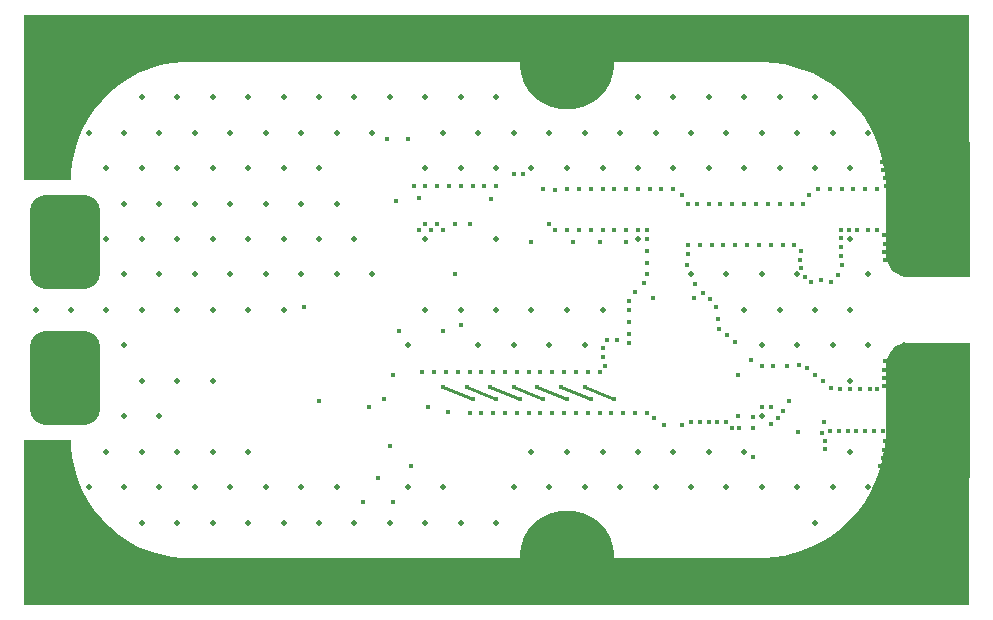
<source format=gbl>
%FSTAX23Y23*%
%MOIN*%
%SFA1B1*%

%IPPOS*%
%AMD62*
4,1,8,0.059000,0.157500,-0.059000,0.157500,-0.118100,0.098400,-0.118100,-0.098400,-0.059000,-0.157500,0.059000,-0.157500,0.118100,-0.098400,0.118100,0.098400,0.059000,0.157500,0.0*
1,1,0.118120,0.059000,0.098400*
1,1,0.118120,-0.059000,0.098400*
1,1,0.118120,-0.059000,-0.098400*
1,1,0.118120,0.059000,-0.098400*
%
%ADD57C,0.011550*%
G04~CAMADD=62~8~0.0~0.0~2362.2~3149.6~590.6~0.0~15~0.0~0.0~0.0~0.0~0~0.0~0.0~0.0~0.0~0~0.0~0.0~0.0~0.0~2362.2~3149.6*
%ADD62D62*%
%ADD63C,0.314960*%
%ADD64R,0.196850X0.098430*%
%ADD65C,0.017720*%
%ADD66C,0.019680*%
%ADD67C,0.078740*%
%LNmashiro_fs-1*%
%LPD*%
G36*
X03149Y01811D02*
X00157D01*
X00551*
X00531Y0181*
X00493Y01806*
X00455Y01799*
X00418Y01788*
X00382Y01773*
X00348Y01755*
X00316Y01733*
X00286Y01709*
X00259Y01681*
X00234Y01651*
X00213Y01619*
X00195Y01585*
X0018Y01549*
X00169Y01512*
X00161Y01475*
X00157Y01436*
X00157Y01417*
Y01417*
X0*
Y01811*
Y01968*
X03149*
Y01811*
G37*
G36*
Y01543D02*
X03153D01*
Y01389*
Y01248*
Y01094*
X02938*
X02925Y01097*
X02913Y01102*
X02902Y01109*
X02897Y01114*
X02892Y01119*
X02883Y01133*
X02877Y01147*
X02874Y01163*
Y01171*
Y01248*
Y01389*
X02873Y01406*
X02871Y01439*
X02865Y01471*
X02858Y01504*
X02847Y01535*
X02835Y01566*
X0282Y01595*
X02803Y01623*
X02783Y0165*
X02762Y01675*
X02738Y01699*
X02713Y0172*
X02686Y0174*
X02658Y01757*
X02629Y01772*
X02598Y01784*
X02567Y01795*
X02534Y01802*
X02502Y01808*
X02469Y0181*
X02452Y01811*
X03149*
Y01543*
G37*
G36*
X03153Y0072D02*
Y00578D01*
Y00425*
X03149*
Y00157*
Y0*
X0*
Y00157*
Y00551*
X00157*
X00157Y00531*
X00161Y00493*
X00169Y00455*
X0018Y00418*
X00195Y00382*
X00213Y00348*
X00234Y00316*
X00259Y00286*
X00286Y00259*
X00316Y00234*
X00348Y00213*
X00382Y00195*
X00418Y0018*
X00455Y00169*
X00493Y00161*
X00531Y00157*
X00551Y00157*
X00157*
X03149*
X02452*
X02469Y00157*
X02502Y0016*
X02534Y00165*
X02567Y00173*
X02598Y00183*
X02629Y00196*
X02658Y00211*
X02686Y00228*
X02713Y00247*
X02738Y00269*
X02762Y00292*
X02783Y00317*
X02803Y00344*
X0282Y00372*
X02835Y00402*
X02847Y00432*
X02858Y00464*
X02865Y00496*
X02871Y00529*
X02873Y00562*
X02874Y00578*
Y0072*
Y00797*
Y00805*
X02877Y0082*
X02883Y00835*
X02892Y00848*
X02897Y00854*
X02902Y00859*
X02913Y00866*
X02925Y00871*
X02938Y00874*
X03153*
Y0072*
G37*
G54D57*
X01397Y00728D02*
X01496Y00688D01*
X01476Y00728D02*
X01574Y00688D01*
X0187Y00728D02*
X01968Y00688D01*
X01712Y00728D02*
X01811Y00688D01*
X01791Y00728D02*
X01889Y00688D01*
X01633Y00728D02*
X01732Y00688D01*
X01555Y00728D02*
X01653Y00688D01*
G54D62*
X00137Y00757D03*
Y0121D03*
G54D63*
X00157Y01811D03*
X01811D03*
X02992D03*
X00157Y00157D03*
X01811D03*
X02992D03*
G54D64*
X03051Y01148D03*
Y01488D03*
Y00479D03*
Y00819D03*
G54D65*
X01181Y00423D03*
X0122Y00531D03*
X012Y00688D03*
X01556Y01353D03*
X01377Y01269D03*
X01338D03*
X01486D03*
X01437D03*
X01397Y0125D03*
X01358D03*
X01318D03*
X01574Y01397D03*
X01535D03*
X01496D03*
X01456D03*
X01417D03*
X01377D03*
X01338D03*
X01299D03*
X02193Y01367D03*
X02165Y01387D03*
X02125D03*
X02086D03*
X02047D03*
X02007D03*
X01968D03*
X01929D03*
X01889D03*
X0185D03*
X01811D03*
X01772Y01385D03*
X02855Y00465D03*
X02863Y00491D03*
X02869Y00814D03*
X02867Y00785D03*
Y00758D03*
X02868Y0073D03*
X02845Y00721D03*
X0282Y0072D03*
X02788Y00719D03*
X02753Y0072D03*
X02722Y00721D03*
X0269Y00723D03*
X02664Y00746D03*
X02638Y00768D03*
X0261Y0079D03*
X02583Y008D03*
X02544Y00798D03*
X02498Y00797D03*
X02459Y00798D03*
X02425Y00816D03*
X02372Y00878D03*
X02343Y00899D03*
X02318Y00919D03*
X02313Y00955D03*
X02308Y00993D03*
X02286Y01021D03*
X02263Y01041D03*
X02236Y01071D03*
X02212Y01135D03*
X02214Y01171D03*
X01811Y0125D03*
X01958Y00639D03*
X01564D03*
X01663Y01437D03*
X02431Y0059D03*
X02372Y012D03*
X01476Y00728D03*
X01496Y00688D03*
X0259Y0118D03*
X0259Y01122D03*
X02605Y01095D03*
X02588Y01151D03*
X02869Y01423D03*
X02864Y0145D03*
X02859Y01478D03*
X02874Y01397D03*
X02076Y01102D03*
X01397Y00728D03*
X02253Y012D03*
X02864Y0058D03*
X02244Y01338D03*
X02234Y01023D03*
X02194Y006D03*
X01751Y01269D03*
X01456Y00935D03*
X02096Y01023D03*
X01486Y00639D03*
X02618Y01368D03*
X01131Y00344D03*
X02598Y01338D03*
X02559D03*
X01413Y00645D03*
X02431Y00492D03*
X0124Y01348D03*
X01397Y00915D03*
X01879Y00777D03*
X0184D03*
X01879Y00639D03*
X0121Y01555D03*
X01633Y00728D03*
X02076Y0125D03*
X02047D03*
X02076Y0122D03*
X02007Y0125D03*
Y0121D03*
X01929Y00826D03*
X01968Y0125D03*
X02037Y01043D03*
X02687Y0058D03*
X02746D03*
X02716D03*
X02671Y00548D03*
X02661Y00574D03*
X02582Y00578D03*
X02381Y00767D03*
X0246Y00659D03*
X02429Y00628D03*
X00935Y00994D03*
X01978Y00885D03*
X01945Y00882D03*
X02017Y00875D03*
X01555Y00728D03*
X01791D03*
X01889Y00688D03*
X0187Y00728D03*
X01811Y00688D03*
X0123Y00767D03*
X01968Y00688D03*
X01929Y0125D03*
X02647Y01387D03*
X02805D03*
X0249Y00659D03*
X01525Y00639D03*
X02293Y012D03*
X02332D03*
X0267Y0052D03*
X00984Y00679D03*
X02549D03*
X02529Y012D03*
X0245D03*
X0249D03*
X02283Y01338D03*
X02568Y012D03*
X01919Y00639D03*
X02844Y01387D03*
X0244Y01338D03*
X02519D03*
X02214Y012D03*
X02401Y01338D03*
X02362D03*
X0248D03*
X02076Y00639D03*
X01998D03*
X02381Y00629D03*
X02102Y00622D03*
X02714Y01101D03*
X0269Y01076D03*
X02037Y00639D03*
X02624Y01077D03*
X02283Y0061D03*
X02253D03*
X02224D03*
X0236Y0059D03*
X02667Y0061D03*
X02765Y01387D03*
X02687D03*
X02726D03*
X01446Y00777D03*
X01318Y01358D03*
X01525Y00777D03*
X02017Y00984D03*
Y00944D03*
Y00905D03*
X01289Y00462D03*
X01279Y01555D03*
X01801Y00777D03*
X01407D03*
X0184Y00639D03*
X01919Y00777D03*
X01486D03*
X01938Y00797D03*
X01929Y00856D03*
X01683Y00777D03*
X01604D03*
X01722D03*
X01643D03*
X01761D03*
X02657Y01082D03*
X01437Y01102D03*
X02725Y01225D03*
X02725Y01195D03*
X02726Y01133D03*
X0275Y0125D03*
X02725Y0125D03*
X02725Y01163D03*
X01151Y00659D03*
X02834Y0058D03*
X02869Y00548D03*
X02868Y00516D03*
X02805Y0058D03*
X02775D03*
X02529Y00648D03*
X01564Y00777D03*
X01604Y00639D03*
X01348Y00659D03*
X0125Y00915D03*
X01368Y00777D03*
X01328D03*
X02322Y01338D03*
X02411Y012D03*
X02777Y01249D03*
X02814Y0125D03*
X02871Y01151D03*
X02844Y0125D03*
X02868Y01235D03*
X02869Y01204D03*
X02868Y01177D03*
X02312Y00609D03*
X02492Y00604D03*
X02385Y0059D03*
X02513Y00624D03*
X02342Y0061D03*
X02135Y006D03*
X01643Y00639D03*
X01761D03*
X01683D03*
X01722D03*
X01801D03*
X01633Y01437D03*
X02017Y01013D03*
X02076Y01181D03*
X02066Y01072D03*
X02076Y01141D03*
X01771Y0125D03*
X0185D03*
X01889D03*
X0183Y0121D03*
X01712Y00728D03*
X01653Y00688D03*
X01574D03*
X01732D03*
X0123Y00344D03*
X01692Y0121D03*
X01732Y01387D03*
X01919Y0121D03*
X02213Y01338D03*
G54D66*
X03051Y01574D03*
Y00393D03*
X02933Y01102D03*
Y00866D03*
X02637Y01692D03*
X02696Y01574D03*
X02637Y01456D03*
Y00984D03*
X02696Y00393D03*
X02519Y01692D03*
Y01456D03*
X02578Y00393D03*
X0246Y01574D03*
X02401Y01456D03*
X0246Y00629D03*
X02401Y00511D03*
X02342Y01574D03*
X02283Y01456D03*
X02342Y01102D03*
Y00393D03*
X02165Y01456D03*
X02106Y01574D03*
X02047Y0122D03*
X01929Y01456D03*
Y00511D03*
X0187Y01574D03*
X01811Y00984D03*
Y00511D03*
X01692Y01456D03*
Y00984D03*
X01751Y00866D03*
X01574Y0122D03*
Y00984D03*
X01456D03*
X01515Y00866D03*
X01456Y00039D03*
X01338Y0122D03*
Y00984D03*
X01397Y00393D03*
X01279Y00866D03*
Y00393D03*
X01161Y01574D03*
Y01102D03*
X01043Y01574D03*
X00984Y0122D03*
X01043Y00393D03*
X00925Y01574D03*
X00866Y01456D03*
Y00984D03*
X00925Y00393D03*
X00807Y01574D03*
X00748Y01456D03*
X00807Y01338D03*
X00748Y00511D03*
X00688Y01574D03*
X00629Y01456D03*
X00688Y01338D03*
X00629Y00984D03*
Y00511D03*
X00511Y01456D03*
Y0122D03*
X0057Y01102D03*
X00511Y00984D03*
Y00511D03*
X0057Y00393D03*
X00452Y01574D03*
X00334D03*
Y01338D03*
Y01102D03*
Y00393D03*
X00137Y0121D03*
Y01171D03*
X00177Y0121D03*
Y01171D03*
X00098Y0121D03*
Y01171D03*
Y01131D03*
X00177D03*
X00137D03*
X00098Y01092D03*
X00177D03*
X00137D03*
X00098Y0125D03*
X00177D03*
X00137D03*
X00098Y01289D03*
X00177D03*
X00137D03*
X00098Y01328D03*
X00177D03*
X00137D03*
X00216Y0121D03*
Y01289D03*
Y0125D03*
Y01171D03*
Y01131D03*
X00059Y01092D03*
Y01171D03*
Y01131D03*
Y0125D03*
Y01328D03*
Y01289D03*
Y00836D03*
Y00875D03*
Y00797D03*
Y00679D03*
Y00718D03*
Y00639D03*
X00216Y00679D03*
Y00718D03*
Y00797D03*
Y00836D03*
Y00757D03*
X00137Y00875D03*
X00177D03*
X00098D03*
X00137Y00836D03*
X00177D03*
X00098D03*
X00137Y00797D03*
X00177D03*
X00098D03*
X00137Y00639D03*
X00177D03*
X00098D03*
X00137Y00679D03*
X00177D03*
X00098D03*
Y00718D03*
Y00757D03*
X00177Y00718D03*
Y00757D03*
X00137Y00718D03*
Y00757D03*
X02814Y01574D03*
X02755Y01456D03*
Y0122D03*
X02814Y01102D03*
X02755Y00984D03*
X02814Y00866D03*
X02755Y00748D03*
Y00511D03*
X02814Y00393D03*
X02696Y00866D03*
X02637Y00275D03*
Y00039D03*
X02578Y01574D03*
Y01102D03*
X02519Y00984D03*
X02578Y00866D03*
X02401Y01692D03*
X0246Y01102D03*
X02401Y00984D03*
X0246Y00866D03*
Y00393D03*
X02283Y01692D03*
Y00511D03*
X02165Y01692D03*
X02224Y01574D03*
Y01102D03*
X02165Y00511D03*
X02224Y00393D03*
X02165Y00039D03*
X02047Y01692D03*
Y01456D03*
Y00511D03*
X02106Y00393D03*
X01988Y01574D03*
X01929Y00984D03*
X01988Y00393D03*
X01811Y01456D03*
X0187Y00866D03*
Y00393D03*
X01751Y01574D03*
X01692Y00511D03*
X01751Y00393D03*
X01574Y01692D03*
X01633Y01574D03*
X01574Y01456D03*
X01633Y00866D03*
Y00393D03*
X01574Y00275D03*
X01456Y01692D03*
X01515Y01574D03*
X01456Y01456D03*
Y00275D03*
X01338Y01692D03*
X01397Y01574D03*
X01338Y01456D03*
Y00275D03*
X0122Y01692D03*
Y00275D03*
X01102Y01692D03*
Y0122D03*
Y00275D03*
X00984Y01692D03*
Y01456D03*
X01043Y01338D03*
Y01102D03*
X00984Y00275D03*
Y00039D03*
X00866Y01692D03*
X00925Y01338D03*
X00866Y0122D03*
X00925Y01102D03*
X00866Y00275D03*
X00748Y01692D03*
Y0122D03*
X00807Y01102D03*
X00748Y00984D03*
X00807Y00393D03*
X00748Y00275D03*
X00629Y01692D03*
Y0122D03*
X00688Y01102D03*
X00629Y00748D03*
X00688Y00393D03*
X00629Y00275D03*
X00511Y01692D03*
X0057Y01574D03*
Y01338D03*
X00511Y00748D03*
Y00275D03*
Y00039D03*
X00393Y01692D03*
Y01456D03*
X00452Y01338D03*
X00393Y0122D03*
X00452Y01102D03*
X00393Y00984D03*
Y00748D03*
X00452Y00629D03*
X00393Y00511D03*
X00452Y00393D03*
X00393Y00275D03*
X00275Y01456D03*
Y0122D03*
Y00984D03*
X00334Y00866D03*
Y00629D03*
X00275Y00511D03*
X00216Y01574D03*
X00157Y00984D03*
X00216Y00393D03*
X00039Y00984D03*
X00157Y01889D03*
X00235Y01797D03*
Y01824D03*
X00157Y01732D03*
X00079Y01824D03*
Y01797D03*
X00246Y01916D03*
X00249Y01844D03*
X00225Y0185D03*
X00232Y01874D03*
Y01747D03*
X00225Y01771D03*
X00249Y01777D03*
X00246Y01705D03*
X00068Y01916D03*
X00082Y01874D03*
X00089Y0185D03*
X00064Y01844D03*
Y01777D03*
X00089Y01771D03*
X00082Y01747D03*
X00068Y01705D03*
X00184Y01885D03*
Y01737D03*
X0013Y01885D03*
Y01737D03*
X00293Y01834D03*
Y01787D03*
X00204Y0194D03*
X00174Y01907D03*
X00208Y01871D03*
Y0175D03*
X00204Y01681D03*
X00174Y01714D03*
X0011Y0194D03*
X0014Y01907D03*
X00106Y01871D03*
Y0175D03*
X0011Y01681D03*
X0014Y01714D03*
X00021Y01834D03*
Y01787D03*
X01811Y01889D03*
X01888Y01797D03*
Y01824D03*
X01811Y01732D03*
X01733Y01824D03*
Y01797D03*
X01899Y01916D03*
X01903Y01844D03*
X01879Y0185D03*
X01886Y01874D03*
Y01747D03*
X01879Y01771D03*
X01903Y01777D03*
X01899Y01705D03*
X01722Y01916D03*
X01735Y01874D03*
X01742Y0185D03*
X01718Y01844D03*
Y01777D03*
X01742Y01771D03*
X01735Y01747D03*
X01722Y01705D03*
X01837Y01885D03*
Y01737D03*
X01784Y01885D03*
Y01737D03*
X01946Y01834D03*
Y01787D03*
X01858Y0194D03*
X01828Y01907D03*
X01861Y01871D03*
Y0175D03*
X01858Y01681D03*
X01828Y01714D03*
X01763Y0194D03*
X01793Y01907D03*
X0176Y01871D03*
Y0175D03*
X01763Y01681D03*
X01793Y01714D03*
X01675Y01834D03*
Y01787D03*
X02992Y01889D03*
X03069Y01797D03*
Y01824D03*
X02992Y01732D03*
X02914Y01824D03*
Y01797D03*
X0308Y01916D03*
X03084Y01844D03*
X0306Y0185D03*
X03067Y01874D03*
Y01747D03*
X0306Y01771D03*
X03084Y01777D03*
X0308Y01705D03*
X02903Y01916D03*
X02916Y01874D03*
X02923Y0185D03*
X02899Y01844D03*
Y01777D03*
X02923Y01771D03*
X02916Y01747D03*
X02903Y01705D03*
X03019Y01885D03*
Y01737D03*
X02965Y01885D03*
Y01737D03*
X03127Y01834D03*
Y01787D03*
X03039Y0194D03*
X03009Y01907D03*
X03042Y01871D03*
Y0175D03*
X03039Y01681D03*
X03009Y01714D03*
X02945Y0194D03*
X02975Y01907D03*
X02941Y01871D03*
Y0175D03*
X02945Y01681D03*
X02975Y01714D03*
X02856Y01834D03*
Y01787D03*
X00157Y00236D03*
X00235Y00143D03*
Y00171D03*
X00157Y00078D03*
X00079Y00171D03*
Y00143D03*
X00246Y00263D03*
X00249Y00191D03*
X00225Y00196D03*
X00232Y0022D03*
Y00094D03*
X00225Y00118D03*
X00249Y00123D03*
X00246Y00051D03*
X00068Y00263D03*
X00082Y0022D03*
X00089Y00196D03*
X00064Y00191D03*
Y00123D03*
X00089Y00118D03*
X00082Y00094D03*
X00068Y00051D03*
X00184Y00231D03*
Y00083D03*
X0013Y00231D03*
Y00083D03*
X00293Y00181D03*
Y00133D03*
X00204Y00286D03*
X00174Y00254D03*
X00208Y00217D03*
Y00097D03*
X00204Y00027D03*
X00174Y0006D03*
X0011Y00286D03*
X0014Y00254D03*
X00106Y00217D03*
Y00097D03*
X0011Y00027D03*
X0014Y0006D03*
X00021Y00181D03*
Y00133D03*
X01811Y00236D03*
X01888Y00143D03*
Y00171D03*
X01811Y00078D03*
X01733Y00171D03*
Y00143D03*
X01899Y00263D03*
X01903Y00191D03*
X01879Y00196D03*
X01886Y0022D03*
Y00094D03*
X01879Y00118D03*
X01903Y00123D03*
X01899Y00051D03*
X01722Y00263D03*
X01735Y0022D03*
X01742Y00196D03*
X01718Y00191D03*
Y00123D03*
X01742Y00118D03*
X01735Y00094D03*
X01722Y00051D03*
X01837Y00231D03*
Y00083D03*
X01784Y00231D03*
Y00083D03*
X01946Y00181D03*
Y00133D03*
X01858Y00286D03*
X01828Y00254D03*
X01861Y00217D03*
Y00097D03*
X01858Y00027D03*
X01828Y0006D03*
X01763Y00286D03*
X01793Y00254D03*
X0176Y00217D03*
Y00097D03*
X01763Y00027D03*
X01793Y0006D03*
X01675Y00181D03*
Y00133D03*
X02992Y00236D03*
X03069Y00143D03*
Y00171D03*
X02992Y00078D03*
X02914Y00171D03*
Y00143D03*
X0308Y00263D03*
X03084Y00191D03*
X0306Y00196D03*
X03067Y0022D03*
Y00094D03*
X0306Y00118D03*
X03084Y00123D03*
X0308Y00051D03*
X02903Y00263D03*
X02916Y0022D03*
X02923Y00196D03*
X02899Y00191D03*
Y00123D03*
X02923Y00118D03*
X02916Y00094D03*
X02903Y00051D03*
X03019Y00231D03*
Y00083D03*
X02965Y00231D03*
Y00083D03*
X03127Y00181D03*
Y00133D03*
X03039Y00286D03*
X03009Y00254D03*
X03042Y00217D03*
Y00097D03*
X03039Y00027D03*
X03009Y0006D03*
X02945Y00286D03*
X02975Y00254D03*
X02941Y00217D03*
Y00097D03*
X02945Y00027D03*
X02975Y0006D03*
X02856Y00181D03*
Y00133D03*
X02917Y01405D03*
X02931Y01429D03*
X02903D03*
X02972Y01405D03*
X02986Y01429D03*
X02958D03*
X02944Y01405D03*
X03D03*
X03013Y01429D03*
X03055Y01405D03*
X03068Y01429D03*
X03041D03*
X03027Y01405D03*
X03082D03*
X03096Y01429D03*
X03137Y01405D03*
X03124Y01429D03*
X0311Y01405D03*
X02889D03*
X02917Y01232D03*
X02931Y01208D03*
X02903D03*
X02972Y01232D03*
X02986Y01208D03*
X02958D03*
X02944Y01232D03*
X03D03*
X03013Y01208D03*
X03055Y01232D03*
X03068Y01208D03*
X03041D03*
X03027Y01232D03*
X03082D03*
X03096Y01208D03*
X03137Y01232D03*
X03124Y01208D03*
X0311Y01232D03*
X02889D03*
X02917Y00736D03*
X02931Y00759D03*
X02903D03*
X02972Y00736D03*
X02986Y00759D03*
X02958D03*
X02944Y00736D03*
X03D03*
X03013Y00759D03*
X03055Y00736D03*
X03068Y00759D03*
X03041D03*
X03027Y00736D03*
X03082D03*
X03096Y00759D03*
X03137Y00736D03*
X03124Y00759D03*
X0311Y00736D03*
X02889D03*
X02917Y00562D03*
X02931Y00539D03*
X02903D03*
X02972Y00562D03*
X02986Y00539D03*
X02958D03*
X02944Y00562D03*
X03D03*
X03013Y00539D03*
X03055Y00562D03*
X03068Y00539D03*
X03041D03*
X03027Y00562D03*
X03082D03*
X03096Y00539D03*
X03137Y00562D03*
X03124Y00539D03*
X0311Y00562D03*
X02889D03*
G54D67*
X02775Y01732D03*
X02677Y01791D03*
X02755Y0183D03*
X0309Y01614D03*
X02992Y01594D03*
X02834Y01653D03*
X02893Y01574D03*
X00393Y0183D03*
X00511Y0187D03*
X00433Y01909D03*
X00826Y0187D03*
X00748Y01909D03*
X00669Y0187D03*
X00984D03*
X01062Y01909D03*
X01141Y0187D03*
X01299D03*
X01377Y01909D03*
X01456Y0187D03*
X01535Y01909D03*
X02086D03*
X02007Y0187D03*
X02165D03*
X02322D03*
X02401Y01909D03*
X0248Y0187D03*
X02716Y01909D03*
X02814D03*
X02637Y0187D03*
X00334Y01909D03*
X00905D03*
X0059D03*
X0122D03*
X01614Y0187D03*
X02244Y01909D03*
X02559D03*
X00059Y01476D03*
Y01633D03*
X00118Y01555D03*
X02559Y00059D03*
X00059Y00492D03*
X00118Y00413D03*
X00059Y00334D03*
X02992Y00374D03*
X0248Y00098D03*
X02401Y00059D03*
X02322Y00098D03*
X02244Y00059D03*
X02165Y00098D03*
X02007D03*
X02086Y00059D03*
X01535D03*
X01614Y00098D03*
X01456D03*
X01377Y00059D03*
X01299Y00098D03*
X0122Y00059D03*
X01141Y00098D03*
X01062Y00059D03*
X0059D03*
X00669Y00098D03*
X00748Y00059D03*
X00826Y00098D03*
X00905Y00059D03*
X00984Y00098D03*
X00433Y00059D03*
X00511Y00098D03*
X00334Y00059D03*
X00393Y00137D03*
X02637Y00098D03*
X02755Y00137D03*
X02814Y00059D03*
X02716D03*
X02677Y00177D03*
X02775Y00236D03*
X02834Y00314D03*
X02893Y00393D03*
X0309Y00354D03*
M02*
</source>
